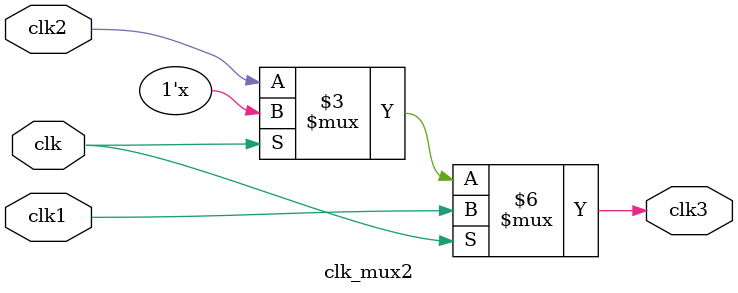
<source format=v>
`timescale 1ns / 1ps
module clk_mux2(
input  clk,clk1,clk2,
output reg  clk3
    );
	 
always@(*)
begin
if(clk)
clk3<=clk1;
else if(!clk)
clk3<=clk2;
end


endmodule

</source>
